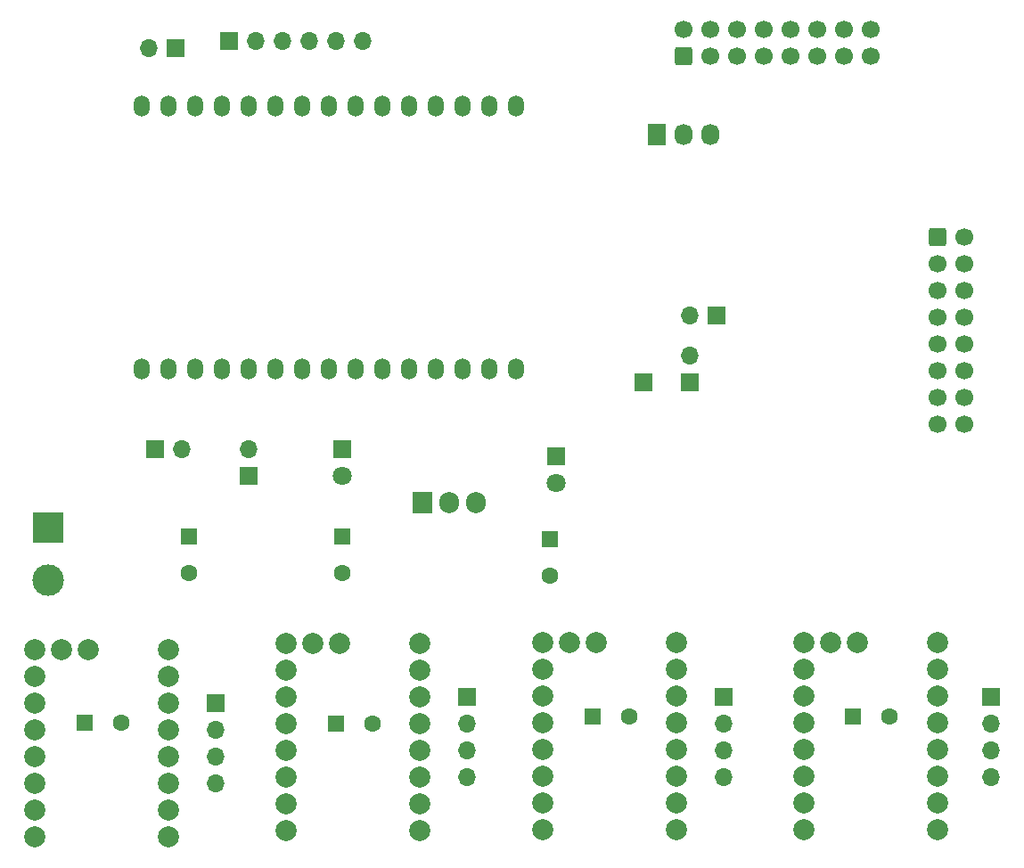
<source format=gbr>
%TF.GenerationSoftware,KiCad,Pcbnew,6.0.0-d3dd2cf0fa~116~ubuntu20.04.1*%
%TF.CreationDate,2022-01-03T23:27:22-03:00*%
%TF.ProjectId,CNC,434e432e-6b69-4636-9164-5f7063625858,1*%
%TF.SameCoordinates,Original*%
%TF.FileFunction,Soldermask,Bot*%
%TF.FilePolarity,Negative*%
%FSLAX46Y46*%
G04 Gerber Fmt 4.6, Leading zero omitted, Abs format (unit mm)*
G04 Created by KiCad (PCBNEW 6.0.0-d3dd2cf0fa~116~ubuntu20.04.1) date 2022-01-03 23:27:22*
%MOMM*%
%LPD*%
G01*
G04 APERTURE LIST*
G04 Aperture macros list*
%AMRoundRect*
0 Rectangle with rounded corners*
0 $1 Rounding radius*
0 $2 $3 $4 $5 $6 $7 $8 $9 X,Y pos of 4 corners*
0 Add a 4 corners polygon primitive as box body*
4,1,4,$2,$3,$4,$5,$6,$7,$8,$9,$2,$3,0*
0 Add four circle primitives for the rounded corners*
1,1,$1+$1,$2,$3*
1,1,$1+$1,$4,$5*
1,1,$1+$1,$6,$7*
1,1,$1+$1,$8,$9*
0 Add four rect primitives between the rounded corners*
20,1,$1+$1,$2,$3,$4,$5,0*
20,1,$1+$1,$4,$5,$6,$7,0*
20,1,$1+$1,$6,$7,$8,$9,0*
20,1,$1+$1,$8,$9,$2,$3,0*%
G04 Aperture macros list end*
%ADD10O,1.500000X2.000000*%
%ADD11R,1.600000X1.600000*%
%ADD12C,1.600000*%
%ADD13R,1.905000X2.000000*%
%ADD14O,1.905000X2.000000*%
%ADD15R,1.800000X1.800000*%
%ADD16C,1.800000*%
%ADD17RoundRect,0.250000X-0.600000X-0.600000X0.600000X-0.600000X0.600000X0.600000X-0.600000X0.600000X0*%
%ADD18C,1.700000*%
%ADD19C,2.000000*%
%ADD20R,1.700000X1.700000*%
%ADD21O,1.700000X1.700000*%
%ADD22R,3.000000X3.000000*%
%ADD23C,3.000000*%
%ADD24R,1.730000X2.030000*%
%ADD25O,1.730000X2.030000*%
%ADD26RoundRect,0.250000X0.600000X-0.600000X0.600000X0.600000X-0.600000X0.600000X-0.600000X-0.600000X0*%
G04 APERTURE END LIST*
D10*
%TO.C,U2*%
X115505480Y-91262865D03*
X118045480Y-91262865D03*
X120585480Y-91262865D03*
X123125480Y-91262865D03*
X125665480Y-91262865D03*
X128205480Y-91262865D03*
X130745480Y-91262865D03*
X133285480Y-91262865D03*
X135825480Y-91262865D03*
X138365480Y-91262865D03*
X140905480Y-91262865D03*
X143445480Y-91262865D03*
X145985480Y-91262865D03*
X148525480Y-91262865D03*
X151065480Y-91262865D03*
X151065480Y-66262865D03*
X148525480Y-66262865D03*
X145985480Y-66262865D03*
X143445480Y-66262865D03*
X140905480Y-66262865D03*
X138365480Y-66262865D03*
X135825480Y-66262865D03*
X133285480Y-66262865D03*
X130745480Y-66262865D03*
X128205480Y-66262865D03*
X125665480Y-66262865D03*
X123125480Y-66262865D03*
X120585480Y-66262865D03*
X118045480Y-66262865D03*
X115505480Y-66262865D03*
%TD*%
D11*
%TO.C,C11*%
X158302829Y-124272865D03*
D12*
X161802829Y-124272865D03*
%TD*%
D13*
%TO.C,U1*%
X142175480Y-103962865D03*
D14*
X144715480Y-103962865D03*
X147255480Y-103962865D03*
%TD*%
D15*
%TO.C,D2*%
X154875480Y-99517865D03*
D16*
X154875480Y-102057865D03*
%TD*%
D11*
%TO.C,C3*%
X154240480Y-107390214D03*
D12*
X154240480Y-110890214D03*
%TD*%
D17*
%TO.C,J7*%
X191135000Y-78740000D03*
D18*
X193675000Y-78740000D03*
X191135000Y-81280000D03*
X193675000Y-81280000D03*
X191135000Y-83820000D03*
X193675000Y-83820000D03*
X191135000Y-86360000D03*
X193675000Y-86360000D03*
X191135000Y-88900000D03*
X193675000Y-88900000D03*
X191135000Y-91440000D03*
X193675000Y-91440000D03*
X191135000Y-93980000D03*
X193675000Y-93980000D03*
X191135000Y-96520000D03*
X193675000Y-96520000D03*
%TD*%
D19*
%TO.C,U4*%
X178370480Y-117287865D03*
X178370480Y-119827865D03*
X178370480Y-122367865D03*
X178370480Y-124907865D03*
X178370480Y-127447865D03*
X178370480Y-129987865D03*
X178370480Y-132527865D03*
X178370480Y-135067865D03*
X191070480Y-135067865D03*
X191070480Y-132527865D03*
X191070480Y-129987865D03*
X191070480Y-127447865D03*
X191070480Y-124907865D03*
X191070480Y-122367865D03*
X191070480Y-119827865D03*
X191070480Y-117287865D03*
X183450480Y-117287865D03*
X180910480Y-117287865D03*
%TD*%
D15*
%TO.C,D1*%
X134555480Y-98882865D03*
D16*
X134555480Y-101422865D03*
%TD*%
D20*
%TO.C,JP2*%
X167575480Y-92537865D03*
D21*
X167575480Y-89997865D03*
%TD*%
D20*
%TO.C,MOT_Y1*%
X170750480Y-122377865D03*
D21*
X170750480Y-124917865D03*
X170750480Y-127457865D03*
X170750480Y-129997865D03*
%TD*%
D20*
%TO.C,MOT_Z1*%
X146368131Y-122387865D03*
D21*
X146368131Y-124927865D03*
X146368131Y-127467865D03*
X146368131Y-130007865D03*
%TD*%
D20*
%TO.C,J5*%
X118680480Y-60782865D03*
D21*
X116140480Y-60782865D03*
%TD*%
D19*
%TO.C,U6*%
X153605480Y-117287865D03*
X153605480Y-119827865D03*
X153605480Y-122367865D03*
X153605480Y-124907865D03*
X153605480Y-127447865D03*
X153605480Y-129987865D03*
X153605480Y-132527865D03*
X153605480Y-135067865D03*
X166305480Y-135067865D03*
X166305480Y-132527865D03*
X166305480Y-129987865D03*
X166305480Y-127447865D03*
X166305480Y-124907865D03*
X166305480Y-122367865D03*
X166305480Y-119827865D03*
X166305480Y-117287865D03*
X158685480Y-117287865D03*
X156145480Y-117287865D03*
%TD*%
D20*
%TO.C,J3*%
X123760480Y-60077865D03*
D21*
X126300480Y-60077865D03*
X128840480Y-60077865D03*
X131380480Y-60077865D03*
X133920480Y-60077865D03*
X136460480Y-60077865D03*
%TD*%
D20*
%TO.C,JP4*%
X125665480Y-101422865D03*
D21*
X125665480Y-98882865D03*
%TD*%
D22*
%TO.C,J1*%
X106615480Y-106330516D03*
D23*
X106615480Y-111330516D03*
%TD*%
D20*
%TO.C,MOT_A1*%
X122490480Y-123012865D03*
D21*
X122490480Y-125552865D03*
X122490480Y-128092865D03*
X122490480Y-130632865D03*
%TD*%
D11*
%TO.C,C2*%
X134555480Y-107137865D03*
D12*
X134555480Y-110637865D03*
%TD*%
D20*
%TO.C,J2*%
X163130480Y-92532865D03*
%TD*%
D24*
%TO.C,J8*%
X164455000Y-69000000D03*
D25*
X166995000Y-69000000D03*
X169535000Y-69000000D03*
%TD*%
D11*
%TO.C,C1*%
X119950480Y-107137865D03*
D12*
X119950480Y-110637865D03*
%TD*%
D26*
%TO.C,J6*%
X167005000Y-61540000D03*
D18*
X167005000Y-59000000D03*
X169545000Y-61540000D03*
X169545000Y-59000000D03*
X172085000Y-61540000D03*
X172085000Y-59000000D03*
X174625000Y-61540000D03*
X174625000Y-59000000D03*
X177165000Y-61540000D03*
X177165000Y-59000000D03*
X179705000Y-61540000D03*
X179705000Y-59000000D03*
X182245000Y-61540000D03*
X182245000Y-59000000D03*
X184785000Y-61540000D03*
X184785000Y-59000000D03*
%TD*%
D19*
%TO.C,U5*%
X105345480Y-117922865D03*
X105345480Y-120462865D03*
X105345480Y-123002865D03*
X105345480Y-125542865D03*
X105345480Y-128082865D03*
X105345480Y-130622865D03*
X105345480Y-133162865D03*
X105345480Y-135702865D03*
X118045480Y-135702865D03*
X118045480Y-133162865D03*
X118045480Y-130622865D03*
X118045480Y-128082865D03*
X118045480Y-125542865D03*
X118045480Y-123002865D03*
X118045480Y-120462865D03*
X118045480Y-117922865D03*
X110425480Y-117922865D03*
X107885480Y-117922865D03*
%TD*%
D11*
%TO.C,C6*%
X183067829Y-124272865D03*
D12*
X186567829Y-124272865D03*
%TD*%
D19*
%TO.C,U3*%
X129223131Y-117297865D03*
X129223131Y-119837865D03*
X129223131Y-122377865D03*
X129223131Y-124917865D03*
X129223131Y-127457865D03*
X129223131Y-129997865D03*
X129223131Y-132537865D03*
X129223131Y-135077865D03*
X141923131Y-135077865D03*
X141923131Y-132537865D03*
X141923131Y-129997865D03*
X141923131Y-127457865D03*
X141923131Y-124917865D03*
X141923131Y-122377865D03*
X141923131Y-119837865D03*
X141923131Y-117297865D03*
X134303131Y-117297865D03*
X131763131Y-117297865D03*
%TD*%
D11*
%TO.C,C4*%
X133920480Y-124917865D03*
D12*
X137420480Y-124917865D03*
%TD*%
D11*
%TO.C,C10*%
X110042829Y-124907865D03*
D12*
X113542829Y-124907865D03*
%TD*%
D20*
%TO.C,JP1*%
X170115480Y-86182865D03*
D21*
X167575480Y-86182865D03*
%TD*%
D20*
%TO.C,MOT_X1*%
X196150480Y-122377865D03*
D21*
X196150480Y-124917865D03*
X196150480Y-127457865D03*
X196150480Y-129997865D03*
%TD*%
D20*
%TO.C,JP3*%
X116775480Y-98882865D03*
D21*
X119315480Y-98882865D03*
%TD*%
M02*

</source>
